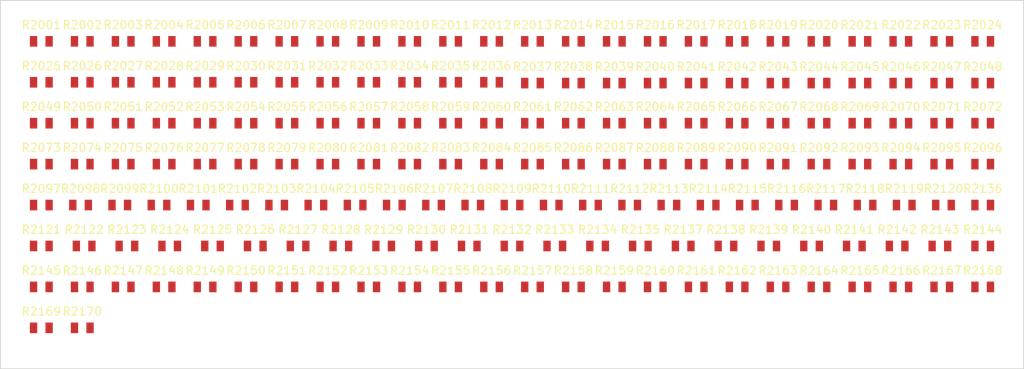
<source format=kicad_pcb>
(kicad_pcb (version 20240108) (generator "pcbnew") (generator_version "8.0")
  (title_block (title "Project name") (date "2022-02-19") (rev "1") (comment 1 "PCA number") (comment 2 "PCB number"))
  (layers (0 "F.Cu" signal) (31 "B.Cu" signal) (34 "B.Paste" user) (35 "F.Paste" user) (36 "B.SilkS" user "B.Silkscreen") (37 "F.SilkS" user "F.Silkscreen") (38 "B.Mask" user) (39 "F.Mask" user) (44 "Edge.Cuts" user))
  (net 0 "")
  (footprint "lily_footprints:res_0805" (layer "F.Cu") (at 130 70)
    (property "Reference" "R2082" (at 0 -2 0) (layer "F.SilkS"))
    (property "Value" "2k4" (hide yes))
    (pad "1" smd rect (at -0.95 0) (size 0.9 1.3) (layers "F.Cu" "F.Paste" "F.Mask"))
    (pad "2" smd rect (at 0.95 0) (size 0.9 1.3) (layers "F.Cu" "F.Paste" "F.Mask"))
  )
  (footprint "lily_footprints:res_0805" (layer "F.Cu") (at 120 65)
    (property "Reference" "R2056" (at 0 -2 0) (layer "F.SilkS"))
    (property "Value" "200R" (hide yes))
    (pad "1" smd rect (at -0.95 0) (size 0.9 1.3) (layers "F.Cu" "F.Paste" "F.Mask"))
    (pad "2" smd rect (at 0.95 0) (size 0.9 1.3) (layers "F.Cu" "F.Paste" "F.Mask"))
  )
  (footprint "lily_footprints:res_0805" (layer "F.Cu") (at 155 60.1)
    (property "Reference" "R2039" (at 0 -2 0) (layer "F.SilkS"))
    (property "Value" "39R" (hide yes))
    (pad "1" smd rect (at -0.95 0) (size 0.9 1.3) (layers "F.Cu" "F.Paste" "F.Mask"))
    (pad "2" smd rect (at 0.95 0) (size 0.9 1.3) (layers "F.Cu" "F.Paste" "F.Mask"))
  )
  (footprint "lily_footprints:res_0805" (layer "F.Cu") (at 115 55)
    (property "Reference" "R2007" (at 0 -2 0) (layer "F.SilkS"))
    (property "Value" "1R8" (hide yes))
    (pad "1" smd rect (at -0.95 0) (size 0.9 1.3) (layers "F.Cu" "F.Paste" "F.Mask"))
    (pad "2" smd rect (at 0.95 0) (size 0.9 1.3) (layers "F.Cu" "F.Paste" "F.Mask"))
  )
  (footprint "lily_footprints:res_0805" (layer "F.Cu") (at 170 85)
    (property "Reference" "R2162" (at 0 -2 0) (layer "F.SilkS"))
    (property "Value" "5M1" (hide yes))
    (pad "1" smd rect (at -0.95 0) (size 0.9 1.3) (layers "F.Cu" "F.Paste" "F.Mask"))
    (pad "2" smd rect (at 0.95 0) (size 0.9 1.3) (layers "F.Cu" "F.Paste" "F.Mask"))
  )
  (footprint "lily_footprints:res_0805" (layer "F.Cu") (at 200 70)
    (property "Reference" "R2096" (at 0 -2 0) (layer "F.SilkS"))
    (property "Value" "9k1" (hide yes))
    (pad "1" smd rect (at -0.95 0) (size 0.9 1.3) (layers "F.Cu" "F.Paste" "F.Mask"))
    (pad "2" smd rect (at 0.95 0) (size 0.9 1.3) (layers "F.Cu" "F.Paste" "F.Mask"))
  )
  (footprint "lily_footprints:res_0805" (layer "F.Cu") (at 140 70)
    (property "Reference" "R2084" (at 0 -2 0) (layer "F.SilkS"))
    (property "Value" "3k0" (hide yes))
    (pad "1" smd rect (at -0.95 0) (size 0.9 1.3) (layers "F.Cu" "F.Paste" "F.Mask"))
    (pad "2" smd rect (at 0.95 0) (size 0.9 1.3) (layers "F.Cu" "F.Paste" "F.Mask"))
  )
  (footprint "lily_footprints:res_0805" (layer "F.Cu") (at 147.727264 80)
    (property "Reference" "R2133" (at 0 -2 0) (layer "F.SilkS"))
    (property "Value" "330k" (hide yes))
    (pad "1" smd rect (at -0.95 0) (size 0.9 1.3) (layers "F.Cu" "F.Paste" "F.Mask"))
    (pad "2" smd rect (at 0.95 0) (size 0.9 1.3) (layers "F.Cu" "F.Paste" "F.Mask"))
  )
  (footprint "lily_footprints:res_0805" (layer "F.Cu") (at 105 60)
    (property "Reference" "R2029" (at 0 -2 0) (layer "F.SilkS"))
    (property "Value" "15R" (hide yes))
    (pad "1" smd rect (at -0.95 0) (size 0.9 1.3) (layers "F.Cu" "F.Paste" "F.Mask"))
    (pad "2" smd rect (at 0.95 0) (size 0.9 1.3) (layers "F.Cu" "F.Paste" "F.Mask"))
  )
  (footprint "lily_footprints:res_0805" (layer "F.Cu") (at 160 85)
    (property "Reference" "R2160" (at 0 -2 0) (layer "F.SilkS"))
    (property "Value" "4M3" (hide yes))
    (pad "1" smd rect (at -0.95 0) (size 0.9 1.3) (layers "F.Cu" "F.Paste" "F.Mask"))
    (pad "2" smd rect (at 0.95 0) (size 0.9 1.3) (layers "F.Cu" "F.Paste" "F.Mask"))
  )
  (footprint "lily_footprints:res_0805" (layer "F.Cu") (at 165 55)
    (property "Reference" "R2017" (at 0 -2 0) (layer "F.SilkS"))
    (property "Value" "4R7" (hide yes))
    (pad "1" smd rect (at -0.95 0) (size 0.9 1.3) (layers "F.Cu" "F.Paste" "F.Mask"))
    (pad "2" smd rect (at 0.95 0) (size 0.9 1.3) (layers "F.Cu" "F.Paste" "F.Mask"))
  )
  (footprint "lily_footprints:res_0805" (layer "F.Cu") (at 152.954536 80)
    (property "Reference" "R2134" (at 0 -2 0) (layer "F.SilkS"))
    (property "Value" "360k" (hide yes))
    (pad "1" smd rect (at -0.95 0) (size 0.9 1.3) (layers "F.Cu" "F.Paste" "F.Mask"))
    (pad "2" smd rect (at 0.95 0) (size 0.9 1.3) (layers "F.Cu" "F.Paste" "F.Mask"))
  )
  (footprint "lily_footprints:res_0805" (layer "F.Cu") (at 90 70)
    (property "Reference" "R2074" (at 0 -2 0) (layer "F.SilkS"))
    (property "Value" "1k1" (hide yes))
    (pad "1" smd rect (at -0.95 0) (size 0.9 1.3) (layers "F.Cu" "F.Paste" "F.Mask"))
    (pad "2" smd rect (at 0.95 0) (size 0.9 1.3) (layers "F.Cu" "F.Paste" "F.Mask"))
  )
  (footprint "lily_footprints:res_0805" (layer "F.Cu") (at 145 55)
    (property "Reference" "R2013" (at 0 -2 0) (layer "F.SilkS"))
    (property "Value" "3R3" (hide yes))
    (pad "1" smd rect (at -0.95 0) (size 0.9 1.3) (layers "F.Cu" "F.Paste" "F.Mask"))
    (pad "2" smd rect (at 0.95 0) (size 0.9 1.3) (layers "F.Cu" "F.Paste" "F.Mask"))
  )
  (footprint "lily_footprints:res_0805" (layer "F.Cu") (at 155 65)
    (property "Reference" "R2063" (at 0 -2 0) (layer "F.SilkS"))
    (property "Value" "390R" (hide yes))
    (pad "1" smd rect (at -0.95 0) (size 0.9 1.3) (layers "F.Cu" "F.Paste" "F.Mask"))
    (pad "2" smd rect (at 0.95 0) (size 0.9 1.3) (layers "F.Cu" "F.Paste" "F.Mask"))
  )
  (footprint "lily_footprints:res_0805" (layer "F.Cu") (at 100 85)
    (property "Reference" "R2148" (at 0 -2 0) (layer "F.SilkS"))
    (property "Value" "1M3" (hide yes))
    (pad "1" smd rect (at -0.95 0) (size 0.9 1.3) (layers "F.Cu" "F.Paste" "F.Mask"))
    (pad "2" smd rect (at 0.95 0) (size 0.9 1.3) (layers "F.Cu" "F.Paste" "F.Mask"))
  )
  (footprint "lily_footprints:res_0805" (layer "F.Cu") (at 200 75)
    (property "Reference" "R2136" (at 0 -2 0) (layer "F.SilkS"))
    (property "Value" "430k" (hide yes))
    (pad "1" smd rect (at -0.95 0) (size 0.9 1.3) (layers "F.Cu" "F.Paste" "F.Mask"))
    (pad "2" smd rect (at 0.95 0) (size 0.9 1.3) (layers "F.Cu" "F.Paste" "F.Mask"))
  )
  (footprint "lily_footprints:res_0805" (layer "F.Cu") (at 190 85)
    (property "Reference" "R2166" (at 0 -2 0) (layer "F.SilkS"))
    (property "Value" "7M5" (hide yes))
    (pad "1" smd rect (at -0.95 0) (size 0.9 1.3) (layers "F.Cu" "F.Paste" "F.Mask"))
    (pad "2" smd rect (at 0.95 0) (size 0.9 1.3) (layers "F.Cu" "F.Paste" "F.Mask"))
  )
  (footprint "lily_footprints:res_0805" (layer "F.Cu") (at 142.499992 80)
    (property "Reference" "R2132" (at 0 -2 0) (layer "F.SilkS"))
    (property "Value" "300k" (hide yes))
    (pad "1" smd rect (at -0.95 0) (size 0.9 1.3) (layers "F.Cu" "F.Paste" "F.Mask"))
    (pad "2" smd rect (at 0.95 0) (size 0.9 1.3) (layers "F.Cu" "F.Paste" "F.Mask"))
  )
  (footprint "lily_footprints:res_0805" (layer "F.Cu") (at 90 85)
    (property "Reference" "R2146" (at 0 -2 0) (layer "F.SilkS"))
    (property "Value" "1M1" (hide yes))
    (pad "1" smd rect (at -0.95 0) (size 0.9 1.3) (layers "F.Cu" "F.Paste" "F.Mask"))
    (pad "2" smd rect (at 0.95 0) (size 0.9 1.3) (layers "F.Cu" "F.Paste" "F.Mask"))
  )
  (footprint "lily_footprints:res_0805" (layer "F.Cu") (at 176.041654 75)
    (property "Reference" "R2116" (at 0 -2 0) (layer "F.SilkS"))
    (property "Value" "62k" (hide yes))
    (pad "1" smd rect (at -0.95 0) (size 0.9 1.3) (layers "F.Cu" "F.Paste" "F.Mask"))
    (pad "2" smd rect (at 0.95 0) (size 0.9 1.3) (layers "F.Cu" "F.Paste" "F.Mask"))
  )
  (footprint "lily_footprints:res_0805" (layer "F.Cu") (at 135 85)
    (property "Reference" "R2155" (at 0 -2 0) (layer "F.SilkS"))
    (property "Value" "2M7" (hide yes))
    (pad "1" smd rect (at -0.95 0) (size 0.9 1.3) (layers "F.Cu" "F.Paste" "F.Mask"))
    (pad "2" smd rect (at 0.95 0) (size 0.9 1.3) (layers "F.Cu" "F.Paste" "F.Mask"))
  )
  (footprint "lily_footprints:res_0805" (layer "F.Cu") (at 125 65)
    (property "Reference" "R2057" (at 0 -2 0) (layer "F.SilkS"))
    (property "Value" "220R" (hide yes))
    (pad "1" smd rect (at -0.95 0) (size 0.9 1.3) (layers "F.Cu" "F.Paste" "F.Mask"))
    (pad "2" smd rect (at 0.95 0) (size 0.9 1.3) (layers "F.Cu" "F.Paste" "F.Mask"))
  )
  (footprint "lily_footprints:res_0805" (layer "F.Cu") (at 142.499992 75)
    (property "Reference" "R2109" (at 0 -2 0) (layer "F.SilkS"))
    (property "Value" "33k" (hide yes))
    (pad "1" smd rect (at -0.95 0) (size 0.9 1.3) (layers "F.Cu" "F.Paste" "F.Mask"))
    (pad "2" smd rect (at 0.95 0) (size 0.9 1.3) (layers "F.Cu" "F.Paste" "F.Mask"))
  )
  (footprint "lily_footprints:res_0805" (layer "F.Cu") (at 195.208318 75)
    (property "Reference" "R2120" (at 0 -2 0) (layer "F.SilkS"))
    (property "Value" "91k" (hide yes))
    (pad "1" smd rect (at -0.95 0) (size 0.9 1.3) (layers "F.Cu" "F.Paste" "F.Mask"))
    (pad "2" smd rect (at 0.95 0) (size 0.9 1.3) (layers "F.Cu" "F.Paste" "F.Mask"))
  )
  (footprint "lily_footprints:res_0805" (layer "F.Cu") (at 110 60)
    (property "Reference" "R2030" (at 0 -2 0) (layer "F.SilkS"))
    (property "Value" "16R" (hide yes))
    (pad "1" smd rect (at -0.95 0) (size 0.9 1.3) (layers "F.Cu" "F.Paste" "F.Mask"))
    (pad "2" smd rect (at 0.95 0) (size 0.9 1.3) (layers "F.Cu" "F.Paste" "F.Mask"))
  )
  (footprint "lily_footprints:res_0805" (layer "F.Cu") (at 170 65)
    (property "Reference" "R2066" (at 0 -2 0) (layer "F.SilkS"))
    (property "Value" "510R" (hide yes))
    (pad "1" smd rect (at -0.95 0) (size 0.9 1.3) (layers "F.Cu" "F.Paste" "F.Mask"))
    (pad "2" smd rect (at 0.95 0) (size 0.9 1.3) (layers "F.Cu" "F.Paste" "F.Mask"))
  )
  (footprint "lily_footprints:res_0805" (layer "F.Cu") (at 145 60.1)
    (property "Reference" "R2037" (at 0 -2 0) (layer "F.SilkS"))
    (property "Value" "33R" (hide yes))
    (pad "1" smd rect (at -0.95 0) (size 0.9 1.3) (layers "F.Cu" "F.Paste" "F.Mask"))
    (pad "2" smd rect (at 0.95 0) (size 0.9 1.3) (layers "F.Cu" "F.Paste" "F.Mask"))
  )
  (footprint "lily_footprints:res_0805" (layer "F.Cu") (at 123.333328 75)
    (property "Reference" "R2105" (at 0 -2 0) (layer "F.SilkS"))
    (property "Value" "22k" (hide yes))
    (pad "1" smd rect (at -0.95 0) (size 0.9 1.3) (layers "F.Cu" "F.Paste" "F.Mask"))
    (pad "2" smd rect (at 0.95 0) (size 0.9 1.3) (layers "F.Cu" "F.Paste" "F.Mask"))
  )
  (footprint "lily_footprints:res_0805" (layer "F.Cu") (at 132.045448 80)
    (property "Reference" "R2130" (at 0 -2 0) (layer "F.SilkS"))
    (property "Value" "240k" (hide yes))
    (pad "1" smd rect (at -0.95 0) (size 0.9 1.3) (layers "F.Cu" "F.Paste" "F.Mask"))
    (pad "2" smd rect (at 0.95 0) (size 0.9 1.3) (layers "F.Cu" "F.Paste" "F.Mask"))
  )
  (footprint "lily_footprints:res_0805" (layer "F.Cu") (at 165 85)
    (property "Reference" "R2161" (at 0 -2 0) (layer "F.SilkS"))
    (property "Value" "4M7" (hide yes))
    (pad "1" smd rect (at -0.95 0) (size 0.9 1.3) (layers "F.Cu" "F.Paste" "F.Mask"))
    (pad "2" smd rect (at 0.95 0) (size 0.9 1.3) (layers "F.Cu" "F.Paste" "F.Mask"))
  )
  (footprint "lily_footprints:res_0805" (layer "F.Cu") (at 95 65)
    (property "Reference" "R2051" (at 0 -2 0) (layer "F.SilkS"))
    (property "Value" "120R" (hide yes))
    (pad "1" smd rect (at -0.95 0) (size 0.9 1.3) (layers "F.Cu" "F.Paste" "F.Mask"))
    (pad "2" smd rect (at 0.95 0) (size 0.9 1.3) (layers "F.Cu" "F.Paste" "F.Mask"))
  )
  (footprint "lily_footprints:res_0805" (layer "F.Cu") (at 156.87499 75)
    (property "Reference" "R2112" (at 0 -2 0) (layer "F.SilkS"))
    (property "Value" "43k" (hide yes))
    (pad "1" smd rect (at -0.95 0) (size 0.9 1.3) (layers "F.Cu" "F.Paste" "F.Mask"))
    (pad "2" smd rect (at 0.95 0) (size 0.9 1.3) (layers "F.Cu" "F.Paste" "F.Mask"))
  )
  (footprint "lily_footprints:res_0805" (layer "F.Cu") (at 90 55)
    (property "Reference" "R2002" (at 0 -2 0) (layer "F.SilkS"))
    (property "Value" "1R1" (hide yes))
    (pad "1" smd rect (at -0.95 0) (size 0.9 1.3) (layers "F.Cu" "F.Paste" "F.Mask"))
    (pad "2" smd rect (at 0.95 0) (size 0.9 1.3) (layers "F.Cu" "F.Paste" "F.Mask"))
  )
  (footprint "lily_footprints:res_0805" (layer "F.Cu") (at 190 60.1)
    (property "Reference" "R2046" (at 0 -2 0) (layer "F.SilkS"))
    (property "Value" "75R" (hide yes))
    (pad "1" smd rect (at -0.95 0) (size 0.9 1.3) (layers "F.Cu" "F.Paste" "F.Mask"))
    (pad "2" smd rect (at 0.95 0) (size 0.9 1.3) (layers "F.Cu" "F.Paste" "F.Mask"))
  )
  (footprint "lily_footprints:res_0805" (layer "F.Cu") (at 145 70)
    (property "Reference" "R2085" (at 0 -2 0) (layer "F.SilkS"))
    (property "Value" "3k3" (hide yes))
    (pad "1" smd rect (at -0.95 0) (size 0.9 1.3) (layers "F.Cu" "F.Paste" "F.Mask"))
    (pad "2" smd rect (at 0.95 0) (size 0.9 1.3) (layers "F.Cu" "F.Paste" "F.Mask"))
  )
  (footprint "lily_footprints:res_0805" (layer "F.Cu") (at 135 60)
    (property "Reference" "R2035" (at 0 -2 0) (layer "F.SilkS"))
    (property "Value" "27R" (hide yes))
    (pad "1" smd rect (at -0.95 0) (size 0.9 1.3) (layers "F.Cu" "F.Paste" "F.Mask"))
    (pad "2" smd rect (at 0.95 0) (size 0.9 1.3) (layers "F.Cu" "F.Paste" "F.Mask"))
  )
  (footprint "lily_footprints:res_0805" (layer "F.Cu") (at 135 65)
    (property "Reference" "R2059" (at 0 -2 0) (layer "F.SilkS"))
    (property "Value" "270R" (hide yes))
    (pad "1" smd rect (at -0.95 0) (size 0.9 1.3) (layers "F.Cu" "F.Paste" "F.Mask"))
    (pad "2" smd rect (at 0.95 0) (size 0.9 1.3) (layers "F.Cu" "F.Paste" "F.Mask"))
  )
  (footprint "lily_footprints:res_0805" (layer "F.Cu") (at 165 65)
    (property "Reference" "R2065" (at 0 -2 0) (layer "F.SilkS"))
    (property "Value" "470R" (hide yes))
    (pad "1" smd rect (at -0.95 0) (size 0.9 1.3) (layers "F.Cu" "F.Paste" "F.Mask"))
    (pad "2" smd rect (at 0.95 0) (size 0.9 1.3) (layers "F.Cu" "F.Paste" "F.Mask"))
  )
  (footprint "lily_footprints:res_0805" (layer "F.Cu") (at 195 60.1)
    (property "Reference" "R2047" (at 0 -2 0) (layer "F.SilkS"))
    (property "Value" "82R" (hide yes))
    (pad "1" smd rect (at -0.95 0) (size 0.9 1.3) (layers "F.Cu" "F.Paste" "F.Mask"))
    (pad "2" smd rect (at 0.95 0) (size 0.9 1.3) (layers "F.Cu" "F.Paste" "F.Mask"))
  )
  (footprint "lily_footprints:res_0805" (layer "F.Cu") (at 190 65)
    (property "Reference" "R2070" (at 0 -2 0) (layer "F.SilkS"))
    (property "Value" "750R" (hide yes))
    (pad "1" smd rect (at -0.95 0) (size 0.9 1.3) (layers "F.Cu" "F.Paste" "F.Mask"))
    (pad "2" smd rect (at 0.95 0) (size 0.9 1.3) (layers "F.Cu" "F.Paste" "F.Mask"))
  )
  (footprint "lily_footprints:res_0805" (layer "F.Cu") (at 150 70)
    (property "Reference" "R2086" (at 0 -2 0) (layer "F.SilkS"))
    (property "Value" "3k6" (hide yes))
    (pad "1" smd rect (at -0.95 0) (size 0.9 1.3) (layers "F.Cu" "F.Paste" "F.Mask"))
    (pad "2" smd rect (at 0.95 0) (size 0.9 1.3) (layers "F.Cu" "F.Paste" "F.Mask"))
  )
  (footprint "lily_footprints:res_0805" (layer "F.Cu") (at 118.541662 75)
    (property "Reference" "R2104" (at 0 -2 0) (layer "F.SilkS"))
    (property "Value" "20k" (hide yes))
    (pad "1" smd rect (at -0.95 0) (size 0.9 1.3) (layers "F.Cu" "F.Paste" "F.Mask"))
    (pad "2" smd rect (at 0.95 0) (size 0.9 1.3) (layers "F.Cu" "F.Paste" "F.Mask"))
  )
  (footprint "lily_footprints:res_0805" (layer "F.Cu") (at 180 85)
    (property "Reference" "R2164" (at 0 -2 0) (layer "F.SilkS"))
    (property "Value" "6M2" (hide yes))
    (pad "1" smd rect (at -0.95 0) (size 0.9 1.3) (layers "F.Cu" "F.Paste" "F.Mask"))
    (pad "2" smd rect (at 0.95 0) (size 0.9 1.3) (layers "F.Cu" "F.Paste" "F.Mask"))
  )
  (footprint "lily_footprints:res_0805" (layer "F.Cu") (at 179.090896 80)
    (property "Reference" "R2140" (at 0 -2 0) (layer "F.SilkS"))
    (property "Value" "620k" (hide yes))
    (pad "1" smd rect (at -0.95 0) (size 0.9 1.3) (layers "F.Cu" "F.Paste" "F.Mask"))
    (pad "2" smd rect (at 0.95 0) (size 0.9 1.3) (layers "F.Cu" "F.Paste" "F.Mask"))
  )
  (footprint "lily_footprints:res_0805" (layer "F.Cu") (at 200 55)
    (property "Reference" "R2024" (at 0 -2 0) (layer "F.SilkS"))
    (property "Value" "9R1" (hide yes))
    (pad "1" smd rect (at -0.95 0) (size 0.9 1.3) (layers "F.Cu" "F.Paste" "F.Mask"))
    (pad "2" smd rect (at 0.95 0) (size 0.9 1.3) (layers "F.Cu" "F.Paste" "F.Mask"))
  )
  (footprint "lily_footprints:res_0805" (layer "F.Cu") (at 194.772712 80)
    (property "Reference" "R2143" (at 0 -2 0) (layer "F.SilkS"))
    (property "Value" "820k" (hide yes))
    (pad "1" smd rect (at -0.95 0) (size 0.9 1.3) (layers "F.Cu" "F.Paste" "F.Mask"))
    (pad "2" smd rect (at 0.95 0) (size 0.9 1.3) (layers "F.Cu" "F.Paste" "F.Mask"))
  )
  (footprint "lily_footprints:res_0805" (layer "F.Cu") (at 175 60.1)
    (property "Reference" "R2043" (at 0 -2 0) (layer "F.SilkS"))
    (property "Value" "56R" (hide yes))
    (pad "1" smd rect (at -0.95 0) (size 0.9 1.3) (layers "F.Cu" "F.Paste" "F.Mask"))
    (pad "2" smd rect (at 0.95 0) (size 0.9 1.3) (layers "F.Cu" "F.Paste" "F.Mask"))
  )
  (footprint "lily_footprints:res_0805" (layer "F.Cu") (at 85 80)
    (property "Reference" "R2121" (at 0 -2 0) (layer "F.SilkS"))
    (property "Value" "100k" (hide yes))
    (pad "1" smd rect (at -0.95 0) (size 0.9 1.3) (layers "F.Cu" "F.Paste" "F.Mask"))
    (pad "2" smd rect (at 0.95 0) (size 0.9 1.3) (layers "F.Cu" "F.Paste" "F.Mask"))
  )
  (footprint "lily_footprints:res_0805" (layer "F.Cu") (at 185 70)
    (property "Reference" "R2093" (at 0 -2 0) (layer "F.SilkS"))
    (property "Value" "6k8" (hide yes))
    (pad "1" smd rect (at -0.95 0) (size 0.9 1.3) (layers "F.Cu" "F.Paste" "F.Mask"))
    (pad "2" smd rect (at 0.95 0) (size 0.9 1.3) (layers "F.Cu" "F.Paste" "F.Mask"))
  )
  (footprint "lily_footprints:res_0805" (layer "F.Cu") (at 126.818176 80)
    (property "Reference" "R2129" (at 0 -2 0) (layer "F.SilkS"))
    (property "Value" "220k" (hide yes))
    (pad "1" smd rect (at -0.95 0) (size 0.9 1.3) (layers "F.Cu" "F.Paste" "F.Mask"))
    (pad "2" smd rect (at 0.95 0) (size 0.9 1.3) (layers "F.Cu" "F.Paste" "F.Mask"))
  )
  (footprint "lily_footprints:res_0805" (layer "F.Cu") (at 130 65)
    (property "Reference" "R2058" (at 0 -2 0) (layer "F.SilkS"))
    (property "Value" "240R" (hide yes))
    (pad "1" smd rect (at -0.95 0) (size 0.9 1.3) (layers "F.Cu" "F.Paste" "F.Mask"))
    (pad "2" smd rect (at 0.95 0) (size 0.9 1.3) (layers "F.Cu" "F.Paste" "F.Mask"))
  )
  (footprint "lily_footprints:res_0805" (layer "F.Cu") (at 184.318168 80)
    (property "Reference" "R2141" (at 0 -2 0) (layer "F.SilkS"))
    (property "Value" "680k" (hide yes))
    (pad "1" smd rect (at -0.95 0) (size 0.9 1.3) (layers "F.Cu" "F.Paste" "F.Mask"))
    (pad "2" smd rect (at 0.95 0) (size 0.9 1.3) (layers "F.Cu" "F.Paste" "F.Mask"))
  )
  (footprint "lily_footprints:res_0805" (layer "F.Cu") (at 195 70)
    (property "Reference" "R2095" (at 0 -2 0) (layer "F.SilkS"))
    (property "Value" "8k2" (hide yes))
    (pad "1" smd rect (at -0.95 0) (size 0.9 1.3) (layers "F.Cu" "F.Paste" "F.Mask"))
    (pad "2" smd rect (at 0.95 0) (size 0.9 1.3) (layers "F.Cu" "F.Paste" "F.Mask"))
  )
  (footprint "lily_footprints:res_0805" (layer "F.Cu") (at 95 60)
    (property "Reference" "R2027" (at 0 -2 0) (layer "F.SilkS"))
    (property "Value" "12R" (hide yes))
    (pad "1" smd rect (at -0.95 0) (size 0.9 1.3) (layers "F.Cu" "F.Paste" "F.Mask"))
    (pad "2" smd rect (at 0.95 0) (size 0.9 1.3) (layers "F.Cu" "F.Paste" "F.Mask"))
  )
  (footprint "lily_footprints:res_0805" (layer "F.Cu") (at 175 85)
    (property "Reference" "R2163" (at 0 -2 0) (layer "F.SilkS"))
    (property "Value" "5M6" (hide yes))
    (pad "1" smd rect (at -0.95 0) (size 0.9 1.3) (layers "F.Cu" "F.Paste" "F.Mask"))
    (pad "2" smd rect (at 0.95 0) (size 0.9 1.3) (layers "F.Cu" "F.Paste" "F.Mask"))
  )
  (footprint "lily_footprints:res_0805" (layer "F.Cu") (at 185 55)
    (property "Reference" "R2021" (at 0 -2 0) (layer "F.SilkS"))
    (property "Value" "6R8" (hide yes))
    (pad "1" smd rect (at -0.95 0) (size 0.9 1.3) (layers "F.Cu" "F.Paste" "F.Mask"))
    (pad "2" smd rect (at 0.95 0) (size 0.9 1.3) (layers "F.Cu" "F.Paste" "F.Mask"))
  )
  (footprint "lily_footprints:res_0805" (layer "F.Cu") (at 195 65)
    (property "Reference" "R2071" (at 0 -2 0) (layer "F.SilkS"))
    (property "Value" "820R" (hide yes))
    (pad "1" smd rect (at -0.95 0) (size 0.9 1.3) (layers "F.Cu" "F.Paste" "F.Mask"))
    (pad "2" smd rect (at 0.95 0) (size 0.9 1.3) (layers "F.Cu" "F.Paste" "F.Mask"))
  )
  (footprint "lily_footprints:res_0805" (layer "F.Cu") (at 100 55)
    (property "Reference" "R2004" (at 0 -2 0) (layer "F.SilkS"))
    (property "Value" "1R3" (hide yes))
    (pad "1" smd rect (at -0.95 0) (size 0.9 1.3) (layers "F.Cu" "F.Paste" "F.Mask"))
    (pad "2" smd rect (at 0.95 0) (size 0.9 1.3) (layers "F.Cu" "F.Paste" "F.Mask"))
  )
  (footprint "lily_footprints:res_0805" (layer "F.Cu") (at 180 60.1)
    (property "Reference" "R2044" (at 0 -2 0) (layer "F.SilkS"))
    (property "Value" "62R" (hide yes))
    (pad "1" smd rect (at -0.95 0) (size 0.9 1.3) (layers "F.Cu" "F.Paste" "F.Mask"))
    (pad "2" smd rect (at 0.95 0) (size 0.9 1.3) (layers "F.Cu" "F.Paste" "F.Mask"))
  )
  (footprint "lily_footprints:res_0805" (layer "F.Cu") (at 175 55)
    (property "Reference" "R2019" (at 0 -2 0) (layer "F.SilkS"))
    (property "Value" "5R6" (hide yes))
    (pad "1" smd rect (at -0.95 0) (size 0.9 1.3) (layers "F.Cu" "F.Paste" "F.Mask"))
    (pad "2" smd rect (at 0.95 0) (size 0.9 1.3) (layers "F.Cu" "F.Paste" "F.Mask"))
  )
  (footprint "lily_footprints:res_0805" (layer "F.Cu") (at 170 55)
    (property "Reference" "R2018" (at 0 -2 0) (layer "F.SilkS"))
    (property "Value" "5R1" (hide yes))
    (pad "1" smd rect (at -0.95 0) (size 0.9 1.3) (layers "F.Cu" "F.Paste" "F.Mask"))
    (pad "2" smd rect (at 0.95 0) (size 0.9 1.3) (layers "F.Cu" "F.Paste" "F.Mask"))
  )
  (footprint "lily_footprints:res_0805" (layer "F.Cu") (at 155 55)
    (property "Reference" "R2015" (at 0 -2 0) (layer "F.SilkS"))
    (property "Value" "3R9" (hide yes))
    (pad "1" smd rect (at -0.95 0) (size 0.9 1.3) (layers "F.Cu" "F.Paste" "F.Mask"))
    (pad "2" smd rect (at 0.95 0) (size 0.9 1.3) (layers "F.Cu" "F.Paste" "F.Mask"))
  )
  (footprint "lily_footprints:res_0805" (layer "F.Cu") (at 95 55)
    (property "Reference" "R2003" (at 0 -2 0) (layer "F.SilkS"))
    (property "Value" "1R2" (hide yes))
    (pad "1" smd rect (at -0.95 0) (size 0.9 1.3) (layers "F.Cu" "F.Paste" "F.Mask"))
    (pad "2" smd rect (at 0.95 0) (size 0.9 1.3) (layers "F.Cu" "F.Paste" "F.Mask"))
  )
  (footprint "lily_footprints:res_0805" (layer "F.Cu") (at 155 85)
    (property "Reference" "R2159" (at 0 -2 0) (layer "F.SilkS"))
    (property "Value" "3M9" (hide yes))
    (pad "1" smd rect (at -0.95 0) (size 0.9 1.3) (layers "F.Cu" "F.Paste" "F.Mask"))
    (pad "2" smd rect (at 0.95 0) (size 0.9 1.3) (layers "F.Cu" "F.Paste" "F.Mask"))
  )
  (footprint "lily_footprints:res_0805" (layer "F.Cu") (at 90 60)
    (property "Reference" "R2026" (at 0 -2 0) (layer "F.SilkS"))
    (property "Value" "11R" (hide yes))
    (pad "1" smd rect (at -0.95 0) (size 0.9 1.3) (layers "F.Cu" "F.Paste" "F.Mask"))
    (pad "2" smd rect (at 0.95 0) (size 0.9 1.3) (layers "F.Cu" "F.Paste" "F.Mask"))
  )
  (footprint "lily_footprints:res_0805" (layer "F.Cu") (at 170 60.1)
    (property "Reference" "R2042" (at 0 -2 0) (layer "F.SilkS"))
    (property "Value" "51R" (hide yes))
    (pad "1" smd rect (at -0.95 0) (size 0.9 1.3) (layers "F.Cu" "F.Paste" "F.Mask"))
    (pad "2" smd rect (at 0.95 0) (size 0.9 1.3) (layers "F.Cu" "F.Paste" "F.Mask"))
  )
  (footprint "lily_footprints:res_0805" (layer "F.Cu") (at 200 80)
    (property "Reference" "R2144" (at 0 -2 0) (layer "F.SilkS"))
    (property "Value" "910k" (hide yes))
    (pad "1" smd rect (at -0.95 0) (size 0.9 1.3) (layers "F.Cu" "F.Paste" "F.Mask"))
    (pad "2" smd rect (at 0.95 0) (size 0.9 1.3) (layers "F.Cu" "F.Paste" "F.Mask"))
  )
  (footprint "lily_footprints:res_0805" (layer "F.Cu") (at 160 70)
    (property "Reference" "R2088" (at 0 -2 0) (layer "F.SilkS"))
    (property "Value" "4k3" (hide yes))
    (pad "1" smd rect (at -0.95 0) (size 0.9 1.3) (layers "F.Cu" "F.Paste" "F.Mask"))
    (pad "2" smd rect (at 0.95 0) (size 0.9 1.3) (layers "F.Cu" "F.Paste" "F.Mask"))
  )
  (footprint "lily_footprints:res_0805" (layer "F.Cu") (at 180 55)
    (property "Reference" "R2020" (at 0 -2 0) (layer "F.SilkS"))
    (property "Value" "6R2" (hide yes))
    (pad "1" smd rect (at -0.95 0) (size 0.9 1.3) (layers "F.Cu" "F.Paste" "F.Mask"))
    (pad "2" smd rect (at 0.95 0) (size 0.9 1.3) (layers "F.Cu" "F.Paste" "F.Mask"))
  )
  (footprint "lily_footprints:res_0805" (layer "F.Cu") (at 155 70)
    (property "Reference" "R2087" (at 0 -2 0) (layer "F.SilkS"))
    (property "Value" "3k9" (hide yes))
    (pad "1" smd rect (at -0.95 0) (size 0.9 1.3) (layers "F.Cu" "F.Paste" "F.Mask"))
    (pad "2" smd rect (at 0.95 0) (size 0.9 1.3) (layers "F.Cu" "F.Paste" "F.Mask"))
  )
  (footprint "lily_footprints:res_0805" (layer "F.Cu") (at 145 65)
    (property "Reference" "R2061" (at 0 -2 0) (layer "F.SilkS"))
    (property "Value" "330R" (hide yes))
    (pad "1" smd rect (at -0.95 0) (size 0.9 1.3) (layers "F.Cu" "F.Paste" "F.Mask"))
    (pad "2" smd rect (at 0.95 0) (size 0.9 1.3) (layers "F.Cu" "F.Paste" "F.Mask"))
  )
  (footprint "lily_footprints:res_0805" (layer "F.Cu") (at 116.363632 80)
    (property "Reference" "R2127" (at 0 -2 0) (layer "F.SilkS"))
    (property "Value" "180k" (hide yes))
    (pad "1" smd rect (at -0.95 0) (size 0.9 1.3) (layers "F.Cu" "F.Paste" "F.Mask"))
    (pad "2" smd rect (at 0.95 0) (size 0.9 1.3) (layers "F.Cu" "F.Paste" "F.Mask"))
  )
  (footprint "lily_footprints:res_0805" (layer "F.Cu") (at 130 60)
    (property "Reference" "R2034" (at 0 -2 0) (layer "F.SilkS"))
    (property "Value" "24R" (hide yes))
    (pad "1" smd rect (at -0.95 0) (size 0.9 1.3) (layers "F.Cu" "F.Paste" "F.Mask"))
    (pad "2" smd rect (at 0.95 0) (size 0.9 1.3) (layers "F.Cu" "F.Paste" "F.Mask"))
  )
  (footprint "lily_footprints:res_0805" (layer "F.Cu") (at 200 85)
    (property "Reference" "R2168" (at 0 -2 0) (layer "F.SilkS"))
    (property "Value" "9M1" (hide yes))
    (pad "1" smd rect (at -0.95 0) (size 0.9 1.3) (layers "F.Cu" "F.Paste" "F.Mask"))
    (pad "2" smd rect (at 0.95 0) (size 0.9 1.3) (layers "F.Cu" "F.Paste" "F.Mask"))
  )
  (footprint "lily_footprints:res_0805" (layer "F.Cu") (at 132.91666 75)
    (property "Reference" "R2107" (at 0 -2 0) (layer "F.SilkS"))
    (property "Value" "27k" (hide yes))
    (pad "1" smd rect (at -0.95 0) (size 0.9 1.3) (layers "F.Cu" "F.Paste" "F.Mask"))
    (pad "2" smd rect (at 0.95 0) (size 0.9 1.3) (layers "F.Cu" "F.Paste" "F.Mask"))
  )
  (footprint "lily_footprints:res_0805" (layer "F.Cu") (at 120 70)
    (property "Reference" "R2080" (at 0 -2 0) (layer "F.SilkS"))
    (property "Value" "2k0" (hide yes))
    (pad "1" smd rect (at -0.95 0) (size 0.9 1.3) (layers "F.Cu" "F.Paste" "F.Mask"))
    (pad "2" smd rect (at 0.95 0) (size 0.9 1.3) (layers "F.Cu" "F.Paste" "F.Mask"))
  )
  (footprint "lily_footprints:res_0805" (layer "F.Cu") (at 165 70)
    (property "Reference" "R2089" (at 0 -2 0) (layer "F.SilkS"))
    (property "Value" "4k7" (hide yes))
    (pad "1" smd rect (at -0.95 0) (size 0.9 1.3) (layers "F.Cu" "F.Paste" "F.Mask"))
    (pad "2" smd rect (at 0.95 0) (size 0.9 1.3) (layers "F.Cu" "F.Paste" "F.Mask"))
  )
  (footprint "lily_footprints:res_0805" (layer "F.Cu") (at 100 70)
    (property "Reference" "R2076" (at 0 -2 0) (layer "F.SilkS"))
    (property "Value" "1k3" (hide yes))
    (pad "1" smd rect (at -0.95 0) (size 0.9 1.3) (layers "F.Cu" "F.Paste" "F.Mask"))
    (pad "2" smd rect (at 0.95 0) (size 0.9 1.3) (layers "F.Cu" "F.Paste" "F.Mask"))
  )
  (footprint "lily_footprints:res_0805" (layer "F.Cu") (at 85 85)
    (property "Reference" "R2145" (at 0 -2 0) (layer "F.SilkS"))
    (property "Value" "1M0" (hide yes))
    (pad "1" smd rect (at -0.95 0) (size 0.9 1.3) (layers "F.Cu" "F.Paste" "F.Mask"))
    (pad "2" smd rect (at 0.95 0) (size 0.9 1.3) (layers "F.Cu" "F.Paste" "F.Mask"))
  )
  (footprint "lily_footprints:res_0805" (layer "F.Cu") (at 120 55)
    (property "Reference" "R2008" (at 0 -2 0) (layer "F.SilkS"))
    (property "Value" "2R0" (hide yes))
    (pad "1" smd rect (at -0.95 0) (size 0.9 1.3) (layers "F.Cu" "F.Paste" "F.Mask"))
    (pad "2" smd rect (at 0.95 0) (size 0.9 1.3) (layers "F.Cu" "F.Paste" "F.Mask"))
  )
  (footprint "lily_footprints:res_0805" (layer "F.Cu") (at 152.083324 75)
    (property "Reference" "R2111" (at 0 -2 0) (layer "F.SilkS"))
    (property "Value" "39k" (hide yes))
    (pad "1" smd rect (at -0.95 0) (size 0.9 1.3) (layers "F.Cu" "F.Paste" "F.Mask"))
    (pad "2" smd rect (at 0.95 0) (size 0.9 1.3) (layers "F.Cu" "F.Paste" "F.Mask"))
  )
  (footprint "lily_footprints:res_0805" (layer "F.Cu") (at 195 85)
    (property "Reference" "R2167" (at 0 -2 0) (layer "F.SilkS"))
    (property "Value" "8M2" (hide yes))
    (pad "1" smd rect (at -0.95 0) (size 0.9 1.3) (layers "F.Cu" "F.Paste" "F.Mask"))
    (pad "2" smd rect (at 0.95 0) (size 0.9 1.3) (layers "F.Cu" "F.Paste" "F.Mask"))
  )
  (footprint "lily_footprints:res_0805" (layer "F.Cu") (at 163.40908 80)
    (property "Reference" "R2137" (at 0 -2 0) (layer "F.SilkS"))
    (property "Value" "470k" (hide yes))
    (pad "1" smd rect (at -0.95 0) (size 0.9 1.3) (layers "F.Cu" "F.Paste" "F.Mask"))
    (pad "2" smd rect (at 0.95 0) (size 0.9 1.3) (layers "F.Cu" "F.Paste" "F.Mask"))
  )
  (footprint "lily_footprints:res_0805" (layer "F.Cu") (at 100.681816 80)
    (property "Reference" "R2124" (at 0 -2 0) (layer "F.SilkS"))
    (property "Value" "130k" (hide yes))
    (pad "1" smd rect (at -0.95 0) (size 0.9 1.3) (layers "F.Cu" "F.Paste" "F.Mask"))
    (pad "2" smd rect (at 0.95 0) (size 0.9 1.3) (layers "F.Cu" "F.Paste" "F.Mask"))
  )
  (footprint "lily_footprints:res_0805" (layer "F.Cu") (at 137.27272 80)
    (property "Reference" "R2131" (at 0 -2 0) (layer "F.SilkS"))
    (property "Value" "270k" (hide yes))
    (pad "1" smd rect (at -0.95 0) (size 0.9 1.3) (layers "F.Cu" "F.Paste" "F.Mask"))
    (pad "2" smd rect (at 0.95 0) (size 0.9 1.3) (layers "F.Cu" "F.Paste" "F.Mask"))
  )
  (footprint "lily_footprints:res_0805" (layer "F.Cu") (at 104.166664 75)
    (property "Reference" "R2101" (at 0 -2 0) (layer "F.SilkS"))
    (property "Value" "15k" (hide yes))
    (pad "1" smd rect (at -0.95 0) (size 0.9 1.3) (layers "F.Cu" "F.Paste" "F.Mask"))
    (pad "2" smd rect (at 0.95 0) (size 0.9 1.3) (layers "F.Cu" "F.Paste" "F.Mask"))
  )
  (footprint "lily_footprints:res_0805" (layer "F.Cu") (at 180 65)
    (property "Reference" "R2068" (at 0 -2 0) (layer "F.SilkS"))
    (property "Value" "620R" (hide yes))
    (pad "1" smd rect (at -0.95 0) (size 0.9 1.3) (layers "F.Cu" "F.Paste" "F.Mask"))
    (pad "2" smd rect (at 0.95 0) (size 0.9 1.3) (layers "F.Cu" "F.Paste" "F.Mask"))
  )
  (footprint "lily_footprints:res_0805_dnp" (layer "F.Cu") (at 90 90)
    (property "Reference" "R2170" (at 0 -2 0) (layer "F.SilkS"))
    (property "Value" "dnp" (hide yes))
    (pad "1" smd rect (at -0.95 0) (size 0.9 1.3) (layers "F.Cu" "F.Paste" "F.Mask"))
    (pad "2" smd rect (at 0.95 0) (size 0.9 1.3) (layers "F.Cu" "F.Paste" "F.Mask"))
  )
  (footprint "lily_footprints:res_0805" (layer "F.Cu") (at 190 55)
    (property "Reference" "R2022" (at 0 -2 0) (layer "F.SilkS"))
    (property "Value" "7R5" (hide yes))
    (pad "1" smd rect (at -0.95 0) (size 0.9 1.3) (layers "F.Cu" "F.Paste" "F.Mask"))
    (pad "2" smd rect (at 0.95 0) (size 0.9 1.3) (layers "F.Cu" "F.Paste" "F.Mask"))
  )
  (footprint "lily_footprints:res_0805" (layer "F.Cu") (at 161.666656 75)
    (property "Reference" "R2113" (at 0 -2 0) (layer "F.SilkS"))
    (property "Value" "47k" (hide yes))
    (pad "1" smd rect (at -0.95 0) (size 0.9 1.3) (layers "F.Cu" "F.Paste" "F.Mask"))
    (pad "2" smd rect (at 0.95 0) (size 0.9 1.3) (layers "F.Cu" "F.Paste" "F.Mask"))
  )
  (footprint "lily_footprints:res_0805" (layer "F.Cu") (at 147.291658 75)
    (property "Reference" "R2110" (at 0 -2 0) (layer "F.SilkS"))
    (property "Value" "36k" (hide yes))
    (pad "1" smd rect (at -0.95 0) (size 0.9 1.3) (layers "F.Cu" "F.Paste" "F.Mask"))
    (pad "2" smd rect (at 0.95 0) (size 0.9 1.3) (layers "F.Cu" "F.Paste" "F.Mask"))
  )
  (footprint "lily_footprints:res_0805" (layer "F.Cu") (at 165 60.1)
    (property "Reference" "R2041" (at 0 -2 0) (layer "F.SilkS"))
    (property "Value" "47R" (hide yes))
    (pad "1" smd rect (at -0.95 0) (size 0.9 1.3) (layers "F.Cu" "F.Paste" "F.Mask"))
    (pad "2" smd rect (at 0.95 0) (size 0.9 1.3) (layers "F.Cu" "F.Paste" "F.Mask"))
  )
  (footprint "lily_footprints:res_0805" (layer "F.Cu") (at 140 65)
    (property "Reference" "R2060" (at 0 -2 0) (layer "F.SilkS"))
    (property "Value" "300R" (hide yes))
    (pad "1" smd rect (at -0.95 0) (size 0.9 1.3) (layers "F.Cu" "F.Paste" "F.Mask"))
    (pad "2" smd rect (at 0.95 0) (size 0.9 1.3) (layers "F.Cu" "F.Paste" "F.Mask"))
  )
  (footprint "lily_footprints:res_0805" (layer "F.Cu") (at 173.863624 80)
    (property "Reference" "R2139" (at 0 -2 0) (layer "F.SilkS"))
    (property "Value" "560k" (hide yes))
    (pad "1" smd rect (at -0.95 0) (size 0.9 1.3) (layers "F.Cu" "F.Paste" "F.Mask"))
    (pad "2" smd rect (at 0.95 0) (size 0.9 1.3) (layers "F.Cu" "F.Paste" "F.Mask"))
  )
  (footprint "lily_footprints:res_0805" (layer "F.Cu") (at 99.374998 75)
    (property "Reference" "R2100" (at 0 -2 0) (layer "F.SilkS"))
    (property "Value" "13k" (hide yes))
    (pad "1" smd rect (at -0.95 0) (size 0.9 1.3) (layers "F.Cu" "F.Paste" "F.Mask"))
    (pad "2" smd rect (at 0.95 0) (size 0.9 1.3) (layers "F.Cu" "F.Paste" "F.Mask"))
  )
  (footprint "lily_footprints:res_0805" (layer "F.Cu") (at 168.636352 80)
    (property "Reference" "R2138" (at 0 -2 0) (layer "F.SilkS"))
    (property "Value" "510k" (hide yes))
    (pad "1" smd rect (at -0.95 0) (size 0.9 1.3) (layers "F.Cu" "F.Paste" "F.Mask"))
    (pad "2" smd rect (at 0.95 0) (size 0.9 1.3) (layers "F.Cu" "F.Paste" "F.Mask"))
  )
  (footprint "lily_footprints:res_0805" (layer "F.Cu") (at 90.227272 80)
    (property "Reference" "R2122" (at 0 -2 0) (layer "F.SilkS"))
    (property "Value" "110k" (hide yes))
    (pad "1" smd rect (at -0.95 0) (size 0.9 1.3) (layers "F.Cu" "F.Paste" "F.Mask"))
    (pad "2" smd rect (at 0.95 0) (size 0.9 1.3) (layers "F.Cu" "F.Paste" "F.Mask"))
  )
  (footprint "lily_footprints:res_0805" (layer "F.Cu") (at 120 60)
    (property "Reference" "R2032" (at 0 -2 0) (layer "F.SilkS"))
    (property "Value" "20R" (hide yes))
    (pad "1" smd rect (at -0.95 0) (size 0.9 1.3) (layers "F.Cu" "F.Paste" "F.Mask"))
    (pad "2" smd rect (at 0.95 0) (size 0.9 1.3) (layers "F.Cu" "F.Paste" "F.Mask"))
  )
  (footprint "lily_footprints:res_0805" (layer "F.Cu") (at 85 90)
    (property "Reference" "R2169" (at 0 -2 0) (layer "F.SilkS"))
    (property "Value" "0R" (hide yes))
    (pad "1" smd rect (at -0.95 0) (size 0.9 1.3) (layers "F.Cu" "F.Paste" "F.Mask"))
    (pad "2" smd rect (at 0.95 0) (size 0.9 1.3) (layers "F.Cu" "F.Paste" "F.Mask"))
  )
  (footprint "lily_footprints:res_0805" (layer "F.Cu") (at 89.791666 75)
    (property "Reference" "R2098" (at 0 -2 0) (layer "F.SilkS"))
    (property "Value" "11k" (hide yes))
    (pad "1" smd rect (at -0.95 0) (size 0.9 1.3) (layers "F.Cu" "F.Paste" "F.Mask"))
    (pad "2" smd rect (at 0.95 0) (size 0.9 1.3) (layers "F.Cu" "F.Paste" "F.Mask"))
  )
  (footprint "lily_footprints:res_0805" (layer "F.Cu") (at 195 55)
    (property "Reference" "R2023" (at 0 -2 0) (layer "F.SilkS"))
    (property "Value" "8R2" (hide yes))
    (pad "1" smd rect (at -0.95 0) (size 0.9 1.3) (layers "F.Cu" "F.Paste" "F.Mask"))
    (pad "2" smd rect (at 0.95 0) (size 0.9 1.3) (layers "F.Cu" "F.Paste" "F.Mask"))
  )
  (footprint "lily_footprints:res_0805" (layer "F.Cu") (at 185 60.1)
    (property "Reference" "R2045" (at 0 -2 0) (layer "F.SilkS"))
    (property "Value" "68R" (hide yes))
    (pad "1" smd rect (at -0.95 0) (size 0.9 1.3) (layers "F.Cu" "F.Paste" "F.Mask"))
    (pad "2" smd rect (at 0.95 0) (size 0.9 1.3) (layers "F.Cu" "F.Paste" "F.Mask"))
  )
  (footprint "lily_footprints:res_0805" (layer "F.Cu") (at 160 55)
    (property "Reference" "R2016" (at 0 -2 0) (layer "F.SilkS"))
    (property "Value" "4R3" (hide yes))
    (pad "1" smd rect (at -0.95 0) (size 0.9 1.3) (layers "F.Cu" "F.Paste" "F.Mask"))
    (pad "2" smd rect (at 0.95 0) (size 0.9 1.3) (layers "F.Cu" "F.Paste" "F.Mask"))
  )
  (footprint "lily_footprints:res_0805" (layer "F.Cu") (at 115 85)
    (property "Reference" "R2151" (at 0 -2 0) (layer "F.SilkS"))
    (property "Value" "1M8" (hide yes))
    (pad "1" smd rect (at -0.95 0) (size 0.9 1.3) (layers "F.Cu" "F.Paste" "F.Mask"))
    (pad "2" smd rect (at 0.95 0) (size 0.9 1.3) (layers "F.Cu" "F.Paste" "F.Mask"))
  )
  (footprint "lily_footprints:res_0805" (layer "F.Cu") (at 175 70)
    (property "Reference" "R2091" (at 0 -2 0) (layer "F.SilkS"))
    (property "Value" "5k6" (hide yes))
    (pad "1" smd rect (at -0.95 0) (size 0.9 1.3) (layers "F.Cu" "F.Paste" "F.Mask"))
    (pad "2" smd rect (at 0.95 0) (size 0.9 1.3) (layers "F.Cu" "F.Paste" "F.Mask"))
  )
  (footprint "lily_footprints:res_0805" (layer "F.Cu") (at 171.249988 75)
    (property "Reference" "R2115" (at 0 -2 0) (layer "F.SilkS"))
    (property "Value" "56k" (hide yes))
    (pad "1" smd rect (at -0.95 0) (size 0.9 1.3) (layers "F.Cu" "F.Paste" "F.Mask"))
    (pad "2" smd rect (at 0.95 0) (size 0.9 1.3) (layers "F.Cu" "F.Paste" "F.Mask"))
  )
  (footprint "lily_footprints:res_0805" (layer "F.Cu") (at 130 55)
    (property "Reference" "R2010" (at 0 -2 0) (layer "F.SilkS"))
    (property "Value" "2R4" (hide yes))
    (pad "1" smd rect (at -0.95 0) (size 0.9 1.3) (layers "F.Cu" "F.Paste" "F.Mask"))
    (pad "2" smd rect (at 0.95 0) (size 0.9 1.3) (layers "F.Cu" "F.Paste" "F.Mask"))
  )
  (footprint "lily_footprints:res_0805" (layer "F.Cu") (at 200 60.1)
    (property "Reference" "R2048" (at 0 -2 0) (layer "F.SilkS"))
    (property "Value" "91R" (hide yes))
    (pad "1" smd rect (at -0.95 0) (size 0.9 1.3) (layers "F.Cu" "F.Paste" "F.Mask"))
    (pad "2" smd rect (at 0.95 0) (size 0.9 1.3) (layers "F.Cu" "F.Paste" "F.Mask"))
  )
  (footprint "lily_footprints:res_0805" (layer "F.Cu") (at 121.590904 80)
    (property "Reference" "R2128" (at 0 -2 0) (layer "F.SilkS"))
    (property "Value" "200k" (hide yes))
    (pad "1" smd rect (at -0.95 0) (size 0.9 1.3) (layers "F.Cu" "F.Paste" "F.Mask"))
    (pad "2" smd rect (at 0.95 0) (size 0.9 1.3) (layers "F.Cu" "F.Paste" "F.Mask"))
  )
  (footprint "lily_footprints:res_0805" (layer "F.Cu") (at 185 65)
    (property "Reference" "R2069" (at 0 -2 0) (layer "F.SilkS"))
    (property "Value" "680R" (hide yes))
    (pad "1" smd rect (at -0.95 0) (size 0.9 1.3) (layers "F.Cu" "F.Paste" "F.Mask"))
    (pad "2" smd rect (at 0.95 0) (size 0.9 1.3) (layers "F.Cu" "F.Paste" "F.Mask"))
  )
  (footprint "lily_footprints:res_0805" (layer "F.Cu") (at 166.458322 75)
    (property "Reference" "R2114" (at 0 -2 0) (layer "F.SilkS"))
    (property "Value" "51k" (hide yes))
    (pad "1" smd rect (at -0.95 0) (size 0.9 1.3) (layers "F.Cu" "F.Paste" "F.Mask"))
    (pad "2" smd rect (at 0.95 0) (size 0.9 1.3) (layers "F.Cu" "F.Paste" "F.Mask"))
  )
  (footprint "lily_footprints:res_0805" (layer "F.Cu") (at 125 60)
    (property "Reference" "R2033" (at 0 -2 0) (layer "F.SilkS"))
    (property "Value" "22R" (hide yes))
    (pad "1" smd rect (at -0.95 0) (size 0.9 1.3) (layers "F.Cu" "F.Paste" "F.Mask"))
    (pad "2" smd rect (at 0.95 0) (size 0.9 1.3) (layers "F.Cu" "F.Paste" "F.Mask"))
  )
  (footprint "lily_footprints:res_0805" (layer "F.Cu") (at 105 85)
    (property "Reference" "R2149" (at 0 -2 0) (layer "F.SilkS"))
    (property "Value" "1M5" (hide yes))
    (pad "1" smd rect (at -0.95 0) (size 0.9 1.3) (layers "F.Cu" "F.Paste" "F.Mask"))
    (pad "2" smd rect (at 0.95 0) (size 0.9 1.3) (layers "F.Cu" "F.Paste" "F.Mask"))
  )
  (footprint "lily_footprints:res_0805" (layer "F.Cu") (at 158.181808 80)
    (property "Reference" "R2135" (at 0 -2 0) (layer "F.SilkS"))
    (property "Value" "390k" (hide yes))
    (pad "1" smd rect (at -0.95 0) (size 0.9 1.3) (layers "F.Cu" "F.Paste" "F.Mask"))
    (pad "2" smd rect (at 0.95 0) (size 0.9 1.3) (layers "F.Cu" "F.Paste" "F.Mask"))
  )
  (footprint "lily_footprints:res_0805" (layer "F.Cu") (at 185.624986 75)
    (property "Reference" "R2118" (at 0 -2 0) (layer "F.SilkS"))
    (property "Value" "75k" (hide yes))
    (pad "1" smd rect (at -0.95 0) (size 0.9 1.3) (layers "F.Cu" "F.Paste" "F.Mask"))
    (pad "2" smd rect (at 0.95 0) (size 0.9 1.3) (layers "F.Cu" "F.Paste" "F.Mask"))
  )
  (footprint "lily_footprints:res_0805" (layer "F.Cu") (at 90 65)
    (property "Reference" "R2050" (at 0 -2 0) (layer "F.SilkS"))
    (property "Value" "110R" (hide yes))
    (pad "1" smd rect (at -0.95 0) (size 0.9 1.3) (layers "F.Cu" "F.Paste" "F.Mask"))
    (pad "2" smd rect (at 0.95 0) (size 0.9 1.3) (layers "F.Cu" "F.Paste" "F.Mask"))
  )
  (footprint "lily_footprints:res_0805" (layer "F.Cu") (at 140 55)
    (property "Reference" "R2012" (at 0 -2 0) (layer "F.SilkS"))
    (property "Value" "3R0" (hide yes))
    (pad "1" smd rect (at -0.95 0) (size 0.9 1.3) (layers "F.Cu" "F.Paste" "F.Mask"))
    (pad "2" smd rect (at 0.95 0) (size 0.9 1.3) (layers "F.Cu" "F.Paste" "F.Mask"))
  )
  (footprint "lily_footprints:res_0805" (layer "F.Cu") (at 95.454544 80)
    (property "Reference" "R2123" (at 0 -2 0) (layer "F.SilkS"))
    (property "Value" "120k" (hide yes))
    (pad "1" smd rect (at -0.95 0) (size 0.9 1.3) (layers "F.Cu" "F.Paste" "F.Mask"))
    (pad "2" smd rect (at 0.95 0) (size 0.9 1.3) (layers "F.Cu" "F.Paste" "F.Mask"))
  )
  (footprint "lily_footprints:res_0805" (layer "F.Cu") (at 85 60)
    (property "Reference" "R2025" (at 0 -2 0) (layer "F.SilkS"))
    (property "Value" "10R" (hide yes))
    (pad "1" smd rect (at -0.95 0) (size 0.9 1.3) (layers "F.Cu" "F.Paste" "F.Mask"))
    (pad "2" smd rect (at 0.95 0) (size 0.9 1.3) (layers "F.Cu" "F.Paste" "F.Mask"))
  )
  (footprint "lily_footprints:res_0805" (layer "F.Cu") (at 150 60.1)
    (property "Reference" "R2038" (at 0 -2 0) (layer "F.SilkS"))
    (property "Value" "36R" (hide yes))
    (pad "1" smd rect (at -0.95 0) (size 0.9 1.3) (layers "F.Cu" "F.Paste" "F.Mask"))
    (pad "2" smd rect (at 0.95 0) (size 0.9 1.3) (layers "F.Cu" "F.Paste" "F.Mask"))
  )
  (footprint "lily_footprints:res_0805" (layer "F.Cu") (at 100 60)
    (property "Reference" "R2028" (at 0 -2 0) (layer "F.SilkS"))
    (property "Value" "13R" (hide yes))
    (pad "1" smd rect (at -0.95 0) (size 0.9 1.3) (layers "F.Cu" "F.Paste" "F.Mask"))
    (pad "2" smd rect (at 0.95 0) (size 0.9 1.3) (layers "F.Cu" "F.Paste" "F.Mask"))
  )
  (footprint "lily_footprints:res_0805" (layer "F.Cu") (at 105 55)
    (property "Reference" "R2005" (at 0 -2 0) (layer "F.SilkS"))
    (property "Value" "1R5" (hide yes))
    (pad "1" smd rect (at -0.95 0) (size 0.9 1.3) (layers "F.Cu" "F.Paste" "F.Mask"))
    (pad "2" smd rect (at 0.95 0) (size 0.9 1.3) (layers "F.Cu" "F.Paste" "F.Mask"))
  )
  (footprint "lily_footprints:res_0805" (layer "F.Cu") (at 137.708326 75)
    (property "Reference" "R2108" (at 0 -2 0) (layer "F.SilkS"))
    (property "Value" "30k" (hide yes))
    (pad "1" smd rect (at -0.95 0) (size 0.9 1.3) (layers "F.Cu" "F.Paste" "F.Mask"))
    (pad "2" smd rect (at 0.95 0) (size 0.9 1.3) (layers "F.Cu" "F.Paste" "F.Mask"))
  )
  (footprint "lily_footprints:res_0805" (layer "F.Cu") (at 115 65)
    (property "Reference" "R2055" (at 0 -2 0) (layer "F.SilkS"))
    (property "Value" "180R" (hide yes))
    (pad "1" smd rect (at -0.95 0) (size 0.9 1.3) (layers "F.Cu" "F.Paste" "F.Mask"))
    (pad "2" smd rect (at 0.95 0) (size 0.9 1.3) (layers "F.Cu" "F.Paste" "F.Mask"))
  )
  (footprint "lily_footprints:res_0805" (layer "F.Cu") (at 125 55)
    (property "Reference" "R2009" (at 0 -2 0) (layer "F.SilkS"))
    (property "Value" "2R2" (hide yes))
    (pad "1" smd rect (at -0.95 0) (size 0.9 1.3) (layers "F.Cu" "F.Paste" "F.Mask"))
    (pad "2" smd rect (at 0.95 0) (size 0.9 1.3) (layers "F.Cu" "F.Paste" "F.Mask"))
  )
  (footprint "lily_footprints:res_0805" (layer "F.Cu") (at 115 60)
    (property "Reference" "R2031" (at 0 -2 0) (layer "F.SilkS"))
    (property "Value" "18R" (hide yes))
    (pad "1" smd rect (at -0.95 0) (size 0.9 1.3) (layers "F.Cu" "F.Paste" "F.Mask"))
    (pad "2" smd rect (at 0.95 0) (size 0.9 1.3) (layers "F.Cu" "F.Paste" "F.Mask"))
  )
  (footprint "lily_footprints:res_0805" (layer "F.Cu") (at 95 70)
    (property "Reference" "R2075" (at 0 -2 0) (layer "F.SilkS"))
    (property "Value" "1k2" (hide yes))
    (pad "1" smd rect (at -0.95 0) (size 0.9 1.3) (layers "F.Cu" "F.Paste" "F.Mask"))
    (pad "2" smd rect (at 0.95 0) (size 0.9 1.3) (layers "F.Cu" "F.Paste" "F.Mask"))
  )
  (footprint "lily_footprints:res_0805" (layer "F.Cu") (at 189.54544 80)
    (property "Reference" "R2142" (at 0 -2 0) (layer "F.SilkS"))
    (property "Value" "750k" (hide yes))
    (pad "1" smd rect (at -0.95 0) (size 0.9 1.3) (layers "F.Cu" "F.Paste" "F.Mask"))
    (pad "2" smd rect (at 0.95 0) (size 0.9 1.3) (layers "F.Cu" "F.Paste" "F.Mask"))
  )
  (footprint "lily_footprints:res_0805" (layer "F.Cu") (at 135 55)
    (property "Reference" "R2011" (at 0 -2 0) (layer "F.SilkS"))
    (property "Value" "2R7" (hide yes))
    (pad "1" smd rect (at -0.95 0) (size 0.9 1.3) (layers "F.Cu" "F.Paste" "F.Mask"))
    (pad "2" smd rect (at 0.95 0) (size 0.9 1.3) (layers "F.Cu" "F.Paste" "F.Mask"))
  )
  (footprint "lily_footprints:res_0805" (layer "F.Cu") (at 190.416652 75)
    (property "Reference" "R2119" (at 0 -2 0) (layer "F.SilkS"))
    (property "Value" "82k" (hide yes))
    (pad "1" smd rect (at -0.95 0) (size 0.9 1.3) (layers "F.Cu" "F.Paste" "F.Mask"))
    (pad "2" smd rect (at 0.95 0) (size 0.9 1.3) (layers "F.Cu" "F.Paste" "F.Mask"))
  )
  (footprint "lily_footprints:res_0805" (layer "F.Cu") (at 110 55)
    (property "Reference" "R2006" (at 0 -2 0) (layer "F.SilkS"))
    (property "Value" "1R6" (hide yes))
    (pad "1" smd rect (at -0.95 0) (size 0.9 1.3) (layers "F.Cu" "F.Paste" "F.Mask"))
    (pad "2" smd rect (at 0.95 0) (size 0.9 1.3) (layers "F.Cu" "F.Paste" "F.Mask"))
  )
  (footprint "lily_footprints:res_0805" (layer "F.Cu") (at 113.749996 75)
    (property "Reference" "R2103" (at 0 -2 0) (layer "F.SilkS"))
    (property "Value" "18k" (hide yes))
    (pad "1" smd rect (at -0.95 0) (size 0.9 1.3) (layers "F.Cu" "F.Paste" "F.Mask"))
    (pad "2" smd rect (at 0.95 0) (size 0.9 1.3) (layers "F.Cu" "F.Paste" "F.Mask"))
  )
  (footprint "lily_footprints:res_0805" (layer "F.Cu") (at 85 75)
    (property "Reference" "R2097" (at 0 -2 0) (layer "F.SilkS"))
    (property "Value" "10k" (hide yes))
    (pad "1" smd rect (at -0.95 0) (size 0.9 1.3) (layers "F.Cu" "F.Paste" "F.Mask"))
    (pad "2" smd rect (at 0.95 0) (size 0.9 1.3) (layers "F.Cu" "F.Paste" "F.Mask"))
  )
  (footprint "lily_footprints:res_0805" (layer "F.Cu") (at 140 85)
    (property "Reference" "R2156" (at 0 -2 0) (layer "F.SilkS"))
    (property "Value" "3M0" (hide yes))
    (pad "1" smd rect (at -0.95 0) (size 0.9 1.3) (layers "F.Cu" "F.Paste" "F.Mask"))
    (pad "2" smd rect (at 0.95 0) (size 0.9 1.3) (layers "F.Cu" "F.Paste" "F.Mask"))
  )
  (footprint "lily_footprints:res_0805" (layer "F.Cu") (at 130 85)
    (property "Reference" "R2154" (at 0 -2 0) (layer "F.SilkS"))
    (property "Value" "2M4" (hide yes))
    (pad "1" smd rect (at -0.95 0) (size 0.9 1.3) (layers "F.Cu" "F.Paste" "F.Mask"))
    (pad "2" smd rect (at 0.95 0) (size 0.9 1.3) (layers "F.Cu" "F.Paste" "F.Mask"))
  )
  (footprint "lily_footprints:res_0805" (layer "F.Cu") (at 105.909088 80)
    (property "Reference" "R2125" (at 0 -2 0) (layer "F.SilkS"))
    (property "Value" "150k" (hide yes))
    (pad "1" smd rect (at -0.95 0) (size 0.9 1.3) (layers "F.Cu" "F.Paste" "F.Mask"))
    (pad "2" smd rect (at 0.95 0) (size 0.9 1.3) (layers "F.Cu" "F.Paste" "F.Mask"))
  )
  (footprint "lily_footprints:res_0805" (layer "F.Cu") (at 110 70)
    (property "Reference" "R2078" (at 0 -2 0) (layer "F.SilkS"))
    (property "Value" "1k6" (hide yes))
    (pad "1" smd rect (at -0.95 0) (size 0.9 1.3) (layers "F.Cu" "F.Paste" "F.Mask"))
    (pad "2" smd rect (at 0.95 0) (size 0.9 1.3) (layers "F.Cu" "F.Paste" "F.Mask"))
  )
  (footprint "lily_footprints:res_0805" (layer "F.Cu") (at 160 65)
    (property "Reference" "R2064" (at 0 -2 0) (layer "F.SilkS"))
    (property "Value" "430R" (hide yes))
    (pad "1" smd rect (at -0.95 0) (size 0.9 1.3) (layers "F.Cu" "F.Paste" "F.Mask"))
    (pad "2" smd rect (at 0.95 0) (size 0.9 1.3) (layers "F.Cu" "F.Paste" "F.Mask"))
  )
  (footprint "lily_footprints:res_0805" (layer "F.Cu") (at 100 65)
    (property "Reference" "R2052" (at 0 -2 0) (layer "F.SilkS"))
    (property "Value" "130R" (hide yes))
    (pad "1" smd rect (at -0.95 0) (size 0.9 1.3) (layers "F.Cu" "F.Paste" "F.Mask"))
    (pad "2" smd rect (at 0.95 0) (size 0.9 1.3) (layers "F.Cu" "F.Paste" "F.Mask"))
  )
  (footprint "lily_footprints:res_0805" (layer "F.Cu") (at 180.83332 75)
    (property "Reference" "R2117" (at 0 -2 0) (layer "F.SilkS"))
    (property "Value" "68k" (hide yes))
    (pad "1" smd rect (at -0.95 0) (size 0.9 1.3) (layers "F.Cu" "F.Paste" "F.Mask"))
    (pad "2" smd rect (at 0.95 0) (size 0.9 1.3) (layers "F.Cu" "F.Paste" "F.Mask"))
  )
  (footprint "lily_footprints:res_0805" (layer "F.Cu") (at 185 85)
    (property "Reference" "R2165" (at 0 -2 0) (layer "F.SilkS"))
    (property "Value" "6M8" (hide yes))
    (pad "1" smd rect (at -0.95 0) (size 0.9 1.3) (layers "F.Cu" "F.Paste" "F.Mask"))
    (pad "2" smd rect (at 0.95 0) (size 0.9 1.3) (layers "F.Cu" "F.Paste" "F.Mask"))
  )
  (footprint "lily_footprints:res_0805" (layer "F.Cu") (at 150 85)
    (property "Reference" "R2158" (at 0 -2 0) (layer "F.SilkS"))
    (property "Value" "3M6" (hide yes))
    (pad "1" smd rect (at -0.95 0) (size 0.9 1.3) (layers "F.Cu" "F.Paste" "F.Mask"))
    (pad "2" smd rect (at 0.95 0) (size 0.9 1.3) (layers "F.Cu" "F.Paste" "F.Mask"))
  )
  (footprint "lily_footprints:res_0805" (layer "F.Cu") (at 108.95833 75)
    (property "Reference" "R2102" (at 0 -2 0) (layer "F.SilkS"))
    (property "Value" "16k" (hide yes))
    (pad "1" smd rect (at -0.95 0) (size 0.9 1.3) (layers "F.Cu" "F.Paste" "F.Mask"))
    (pad "2" smd rect (at 0.95 0) (size 0.9 1.3) (layers "F.Cu" "F.Paste" "F.Mask"))
  )
  (footprint "lily_footprints:res_0805" (layer "F.Cu") (at 135 70)
    (property "Reference" "R2083" (at 0 -2 0) (layer "F.SilkS"))
    (property "Value" "2k7" (hide yes))
    (pad "1" smd rect (at -0.95 0) (size 0.9 1.3) (layers "F.Cu" "F.Paste" "F.Mask"))
    (pad "2" smd rect (at 0.95 0) (size 0.9 1.3) (layers "F.Cu" "F.Paste" "F.Mask"))
  )
  (footprint "lily_footprints:res_0805" (layer "F.Cu") (at 110 85)
    (property "Reference" "R2150" (at 0 -2 0) (layer "F.SilkS"))
    (property "Value" "1M6" (hide yes))
    (pad "1" smd rect (at -0.95 0) (size 0.9 1.3) (layers "F.Cu" "F.Paste" "F.Mask"))
    (pad "2" smd rect (at 0.95 0) (size 0.9 1.3) (layers "F.Cu" "F.Paste" "F.Mask"))
  )
  (footprint "lily_footprints:res_0805" (layer "F.Cu") (at 190 70)
    (property "Reference" "R2094" (at 0 -2 0) (layer "F.SilkS"))
    (property "Value" "7k5" (hide yes))
    (pad "1" smd rect (at -0.95 0) (size 0.9 1.3) (layers "F.Cu" "F.Paste" "F.Mask"))
    (pad "2" smd rect (at 0.95 0) (size 0.9 1.3) (layers "F.Cu" "F.Paste" "F.Mask"))
  )
  (footprint "lily_footprints:res_0805" (layer "F.Cu") (at 85 70)
    (property "Reference" "R2073" (at 0 -2 0) (layer "F.SilkS"))
    (property "Value" "1k0" (hide yes))
    (pad "1" smd rect (at -0.95 0) (size 0.9 1.3) (layers "F.Cu" "F.Paste" "F.Mask"))
    (pad "2" smd rect (at 0.95 0) (size 0.9 1.3) (layers "F.Cu" "F.Paste" "F.Mask"))
  )
  (footprint "lily_footprints:res_0805" (layer "F.Cu") (at 145 85)
    (property "Reference" "R2157" (at 0 -2 0) (layer "F.SilkS"))
    (property "Value" "3M3" (hide yes))
    (pad "1" smd rect (at -0.95 0) (size 0.9 1.3) (layers "F.Cu" "F.Paste" "F.Mask"))
    (pad "2" smd rect (at 0.95 0) (size 0.9 1.3) (layers "F.Cu" "F.Paste" "F.Mask"))
  )
  (footprint "lily_footprints:res_0805" (layer "F.Cu") (at 120 85)
    (property "Reference" "R2152" (at 0 -2 0) (layer "F.SilkS"))
    (property "Value" "2M0" (hide yes))
    (pad "1" smd rect (at -0.95 0) (size 0.9 1.3) (layers "F.Cu" "F.Paste" "F.Mask"))
    (pad "2" smd rect (at 0.95 0) (size 0.9 1.3) (layers "F.Cu" "F.Paste" "F.Mask"))
  )
  (footprint "lily_footprints:res_0805" (layer "F.Cu") (at 175 65)
    (property "Reference" "R2067" (at 0 -2 0) (layer "F.SilkS"))
    (property "Value" "560R" (hide yes))
    (pad "1" smd rect (at -0.95 0) (size 0.9 1.3) (layers "F.Cu" "F.Paste" "F.Mask"))
    (pad "2" smd rect (at 0.95 0) (size 0.9 1.3) (layers "F.Cu" "F.Paste" "F.Mask"))
  )
  (footprint "lily_footprints:res_0805" (layer "F.Cu") (at 105 65)
    (property "Reference" "R2053" (at 0 -2 0) (layer "F.SilkS"))
    (property "Value" "150R" (hide yes))
    (pad "1" smd rect (at -0.95 0) (size 0.9 1.3) (layers "F.Cu" "F.Paste" "F.Mask"))
    (pad "2" smd rect (at 0.95 0) (size 0.9 1.3) (layers "F.Cu" "F.Paste" "F.Mask"))
  )
  (footprint "lily_footprints:res_0805" (layer "F.Cu") (at 170 70)
    (property "Reference" "R2090" (at 0 -2 0) (layer "F.SilkS"))
    (property "Value" "5k1" (hide yes))
    (pad "1" smd rect (at -0.95 0) (size 0.9 1.3) (layers "F.Cu" "F.Paste" "F.Mask"))
    (pad "2" smd rect (at 0.95 0) (size 0.9 1.3) (layers "F.Cu" "F.Paste" "F.Mask"))
  )
  (footprint "lily_footprints:res_0805" (layer "F.Cu") (at 111.13636 80)
    (property "Reference" "R2126" (at 0 -2 0) (layer "F.SilkS"))
    (property "Value" "160k" (hide yes))
    (pad "1" smd rect (at -0.95 0) (size 0.9 1.3) (layers "F.Cu" "F.Paste" "F.Mask"))
    (pad "2" smd rect (at 0.95 0) (size 0.9 1.3) (layers "F.Cu" "F.Paste" "F.Mask"))
  )
  (footprint "lily_footprints:res_0805" (layer "F.Cu") (at 110 65)
    (property "Reference" "R2054" (at 0 -2 0) (layer "F.SilkS"))
    (property "Value" "160R" (hide yes))
    (pad "1" smd rect (at -0.95 0) (size 0.9 1.3) (layers "F.Cu" "F.Paste" "F.Mask"))
    (pad "2" smd rect (at 0.95 0) (size 0.9 1.3) (layers "F.Cu" "F.Paste" "F.Mask"))
  )
  (footprint "lily_footprints:res_0805" (layer "F.Cu") (at 200 65)
    (property "Reference" "R2072" (at 0 -2 0) (layer "F.SilkS"))
    (property "Value" "910R" (hide yes))
    (pad "1" smd rect (at -0.95 0) (size 0.9 1.3) (layers "F.Cu" "F.Paste" "F.Mask"))
    (pad "2" smd rect (at 0.95 0) (size 0.9 1.3) (layers "F.Cu" "F.Paste" "F.Mask"))
  )
  (footprint "lily_footprints:res_0805" (layer "F.Cu") (at 140 60)
    (property "Reference" "R2036" (at 0 -2 0) (layer "F.SilkS"))
    (property "Value" "30R" (hide yes))
    (pad "1" smd rect (at -0.95 0) (size 0.9 1.3) (layers "F.Cu" "F.Paste" "F.Mask"))
    (pad "2" smd rect (at 0.95 0) (size 0.9 1.3) (layers "F.Cu" "F.Paste" "F.Mask"))
  )
  (footprint "lily_footprints:res_0805" (layer "F.Cu") (at 160 60.1)
    (property "Reference" "R2040" (at 0 -2 0) (layer "F.SilkS"))
    (property "Value" "43R" (hide yes))
    (pad "1" smd rect (at -0.95 0) (size 0.9 1.3) (layers "F.Cu" "F.Paste" "F.Mask"))
    (pad "2" smd rect (at 0.95 0) (size 0.9 1.3) (layers "F.Cu" "F.Paste" "F.Mask"))
  )
  (footprint "lily_footprints:res_0805" (layer "F.Cu") (at 115 70)
    (property "Reference" "R2079" (at 0 -2 0) (layer "F.SilkS"))
    (property "Value" "1k8" (hide yes))
    (pad "1" smd rect (at -0.95 0) (size 0.9 1.3) (layers "F.Cu" "F.Paste" "F.Mask"))
    (pad "2" smd rect (at 0.95 0) (size 0.9 1.3) (layers "F.Cu" "F.Paste" "F.Mask"))
  )
  (footprint "lily_footprints:res_0805" (layer "F.Cu") (at 125 85)
    (property "Reference" "R2153" (at 0 -2 0) (layer "F.SilkS"))
    (property "Value" "2M2" (hide yes))
    (pad "1" smd rect (at -0.95 0) (size 0.9 1.3) (layers "F.Cu" "F.Paste" "F.Mask"))
    (pad "2" smd rect (at 0.95 0) (size 0.9 1.3) (layers "F.Cu" "F.Paste" "F.Mask"))
  )
  (footprint "lily_footprints:res_0805" (layer "F.Cu") (at 105 70)
    (property "Reference" "R2077" (at 0 -2 0) (layer "F.SilkS"))
    (property "Value" "1k5" (hide yes))
    (pad "1" smd rect (at -0.95 0) (size 0.9 1.3) (layers "F.Cu" "F.Paste" "F.Mask"))
    (pad "2" smd rect (at 0.95 0) (size 0.9 1.3) (layers "F.Cu" "F.Paste" "F.Mask"))
  )
  (footprint "lily_footprints:res_0805" (layer "F.Cu") (at 128.124994 75)
    (property "Reference" "R2106" (at 0 -2 0) (layer "F.SilkS"))
    (property "Value" "24k" (hide yes))
    (pad "1" smd rect (at -0.95 0) (size 0.9 1.3) (layers "F.Cu" "F.Paste" "F.Mask"))
    (pad "2" smd rect (at 0.95 0) (size 0.9 1.3) (layers "F.Cu" "F.Paste" "F.Mask"))
  )
  (footprint "lily_footprints:res_0805" (layer "F.Cu") (at 150 65)
    (property "Reference" "R2062" (at 0 -2 0) (layer "F.SilkS"))
    (property "Value" "360R" (hide yes))
    (pad "1" smd rect (at -0.95 0) (size 0.9 1.3) (layers "F.Cu" "F.Paste" "F.Mask"))
    (pad "2" smd rect (at 0.95 0) (size 0.9 1.3) (layers "F.Cu" "F.Paste" "F.Mask"))
  )
  (footprint "lily_footprints:res_0805" (layer "F.Cu") (at 125 70)
    (property "Reference" "R2081" (at 0 -2 0) (layer "F.SilkS"))
    (property "Value" "2k2" (hide yes))
    (pad "1" smd rect (at -0.95 0) (size 0.9 1.3) (layers "F.Cu" "F.Paste" "F.Mask"))
    (pad "2" smd rect (at 0.95 0) (size 0.9 1.3) (layers "F.Cu" "F.Paste" "F.Mask"))
  )
  (footprint "lily_footprints:res_0805" (layer "F.Cu") (at 94.583332 75)
    (property "Reference" "R2099" (at 0 -2 0) (layer "F.SilkS"))
    (property "Value" "12k" (hide yes))
    (pad "1" smd rect (at -0.95 0) (size 0.9 1.3) (layers "F.Cu" "F.Paste" "F.Mask"))
    (pad "2" smd rect (at 0.95 0) (size 0.9 1.3) (layers "F.Cu" "F.Paste" "F.Mask"))
  )
  (footprint "lily_footprints:res_0805" (layer "F.Cu") (at 180 70)
    (property "Reference" "R2092" (at 0 -2 0) (layer "F.SilkS"))
    (property "Value" "6k2" (hide yes))
    (pad "1" smd rect (at -0.95 0) (size 0.9 1.3) (layers "F.Cu" "F.Paste" "F.Mask"))
    (pad "2" smd rect (at 0.95 0) (size 0.9 1.3) (layers "F.Cu" "F.Paste" "F.Mask"))
  )
  (footprint "lily_footprints:res_0805" (layer "F.Cu") (at 85 55)
    (property "Reference" "R2001" (at 0 -2 0) (layer "F.SilkS"))
    (property "Value" "1R0" (hide yes))
    (pad "1" smd rect (at -0.95 0) (size 0.9 1.3) (layers "F.Cu" "F.Paste" "F.Mask"))
    (pad "2" smd rect (at 0.95 0) (size 0.9 1.3) (layers "F.Cu" "F.Paste" "F.Mask"))
  )
  (footprint "lily_footprints:res_0805" (layer "F.Cu") (at 150 55)
    (property "Reference" "R2014" (at 0 -2 0) (layer "F.SilkS"))
    (property "Value" "3R6" (hide yes))
    (pad "1" smd rect (at -0.95 0) (size 0.9 1.3) (layers "F.Cu" "F.Paste" "F.Mask"))
    (pad "2" smd rect (at 0.95 0) (size 0.9 1.3) (layers "F.Cu" "F.Paste" "F.Mask"))
  )
  (footprint "lily_footprints:res_0805" (layer "F.Cu") (at 85 65)
    (property "Reference" "R2049" (at 0 -2 0) (layer "F.SilkS"))
    (property "Value" "100R" (hide yes))
    (pad "1" smd rect (at -0.95 0) (size 0.9 1.3) (layers "F.Cu" "F.Paste" "F.Mask"))
    (pad "2" smd rect (at 0.95 0) (size 0.9 1.3) (layers "F.Cu" "F.Paste" "F.Mask"))
  )
  (footprint "lily_footprints:res_0805" (layer "F.Cu") (at 95 85)
    (property "Reference" "R2147" (at 0 -2 0) (layer "F.SilkS"))
    (property "Value" "1M2" (hide yes))
    (pad "1" smd rect (at -0.95 0) (size 0.9 1.3) (layers "F.Cu" "F.Paste" "F.Mask"))
    (pad "2" smd rect (at 0.95 0) (size 0.9 1.3) (layers "F.Cu" "F.Paste" "F.Mask"))
  )
  (gr_rect (start 80 50) (end 205 95) (stroke (width 0.1)) (fill none) (layer "Edge.Cuts"))
)
</source>
